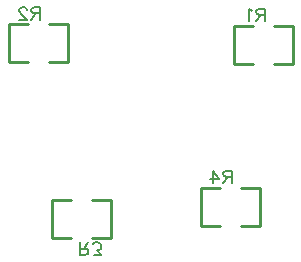
<source format=gbo>
G04 Layer: BottomSilkLayer*
G04 EasyEDA v6.4.19.4, 2021-06-26T11:34:46+02:00*
G04 Gerber Generator version 0.2*
G04 Scale: 100 percent, Rotated: No, Reflected: No *
G04 Dimensions in inches *
G04 leading zeros omitted , absolute positions ,3 integer and 6 decimal *
%FSLAX36Y36*%
%MOIN*%

%ADD10C,0.0100*%
%ADD24C,0.0060*%

%LPD*%
D24*
X1210987Y2600399D02*
G01*
X1210987Y2557500D01*
X1210987Y2600399D02*
G01*
X1192587Y2600399D01*
X1186487Y2598400D01*
X1184387Y2596300D01*
X1182388Y2592199D01*
X1182388Y2588099D01*
X1184387Y2584000D01*
X1186487Y2581999D01*
X1192587Y2580000D01*
X1210987Y2580000D01*
X1196688Y2580000D02*
G01*
X1182388Y2557500D01*
X1168887Y2592199D02*
G01*
X1164787Y2594299D01*
X1158587Y2600399D01*
X1158587Y2557500D01*
X460988Y2605399D02*
G01*
X460988Y2562500D01*
X460988Y2605399D02*
G01*
X442588Y2605399D01*
X436487Y2603400D01*
X434387Y2601300D01*
X432388Y2597199D01*
X432388Y2593099D01*
X434387Y2589000D01*
X436487Y2586999D01*
X442588Y2585000D01*
X460988Y2585000D01*
X446687Y2585000D02*
G01*
X432388Y2562500D01*
X416788Y2595200D02*
G01*
X416788Y2597199D01*
X414787Y2601300D01*
X412687Y2603400D01*
X408587Y2605399D01*
X400488Y2605399D01*
X396388Y2603400D01*
X394288Y2601300D01*
X392287Y2597199D01*
X392287Y2593099D01*
X394288Y2589000D01*
X398387Y2582899D01*
X418888Y2562500D01*
X390187Y2562500D01*
X594011Y1779600D02*
G01*
X594011Y1822500D01*
X594011Y1779600D02*
G01*
X612411Y1779600D01*
X618512Y1781599D01*
X620612Y1783699D01*
X622611Y1787800D01*
X622611Y1791900D01*
X620612Y1795999D01*
X618512Y1798000D01*
X612411Y1800000D01*
X594011Y1800000D01*
X608312Y1800000D02*
G01*
X622611Y1822500D01*
X640212Y1779600D02*
G01*
X662712Y1779600D01*
X650511Y1795999D01*
X656612Y1795999D01*
X660711Y1798000D01*
X662712Y1800000D01*
X664812Y1806199D01*
X664812Y1810300D01*
X662712Y1816399D01*
X658611Y1820500D01*
X652512Y1822500D01*
X646412Y1822500D01*
X640212Y1820500D01*
X638211Y1818499D01*
X636111Y1814400D01*
X1100987Y2060399D02*
G01*
X1100987Y2017500D01*
X1100987Y2060399D02*
G01*
X1082587Y2060399D01*
X1076487Y2058400D01*
X1074387Y2056300D01*
X1072388Y2052199D01*
X1072388Y2048099D01*
X1074387Y2044000D01*
X1076487Y2041999D01*
X1082587Y2040000D01*
X1100987Y2040000D01*
X1086688Y2040000D02*
G01*
X1072388Y2017500D01*
X1038388Y2060399D02*
G01*
X1058887Y2031799D01*
X1028188Y2031799D01*
X1038388Y2060399D02*
G01*
X1038388Y2017500D01*
D10*
X1303427Y2542993D02*
G01*
X1303427Y2417006D01*
X1169570Y2417006D02*
G01*
X1106576Y2417006D01*
X1169570Y2542993D02*
G01*
X1106576Y2542993D01*
X1240433Y2417006D02*
G01*
X1303427Y2417006D01*
X1240433Y2542993D02*
G01*
X1303427Y2542993D01*
X1106576Y2542993D02*
G01*
X1106576Y2417006D01*
X553427Y2547993D02*
G01*
X553427Y2422006D01*
X419569Y2422006D02*
G01*
X356577Y2422006D01*
X419569Y2547993D02*
G01*
X356577Y2547993D01*
X490434Y2422006D02*
G01*
X553427Y2422006D01*
X490434Y2547993D02*
G01*
X553427Y2547993D01*
X356577Y2547993D02*
G01*
X356577Y2422006D01*
X501572Y1837006D02*
G01*
X501572Y1962993D01*
X635430Y1962993D02*
G01*
X698422Y1962993D01*
X635430Y1837006D02*
G01*
X698422Y1837006D01*
X564565Y1962993D02*
G01*
X501572Y1962993D01*
X564565Y1837006D02*
G01*
X501572Y1837006D01*
X698422Y1837006D02*
G01*
X698422Y1962993D01*
X1193427Y2002993D02*
G01*
X1193427Y1877006D01*
X1059570Y1877006D02*
G01*
X996576Y1877006D01*
X1059570Y2002993D02*
G01*
X996576Y2002993D01*
X1130433Y1877006D02*
G01*
X1193427Y1877006D01*
X1130433Y2002993D02*
G01*
X1193427Y2002993D01*
X996576Y2002993D02*
G01*
X996576Y1877006D01*
M02*

</source>
